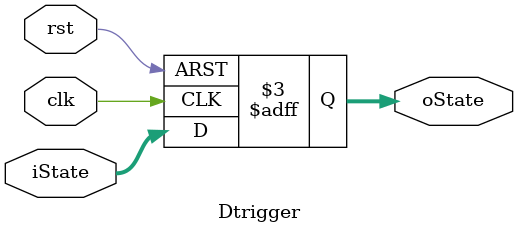
<source format=v>
`timescale 1ns / 1ps


module Dtrigger(
    input clk,
    input rst,
    input [2:0] iState,
    output [2:0] oState
    );
    
    reg [2:0] oState;

    initial begin
        oState = 3'b000;
    end

    always @(posedge clk or posedge rst) begin
        if (rst) begin
            oState = 3'b000;
        end
        else begin
            oState = iState;
        end
    end

endmodule


















</source>
